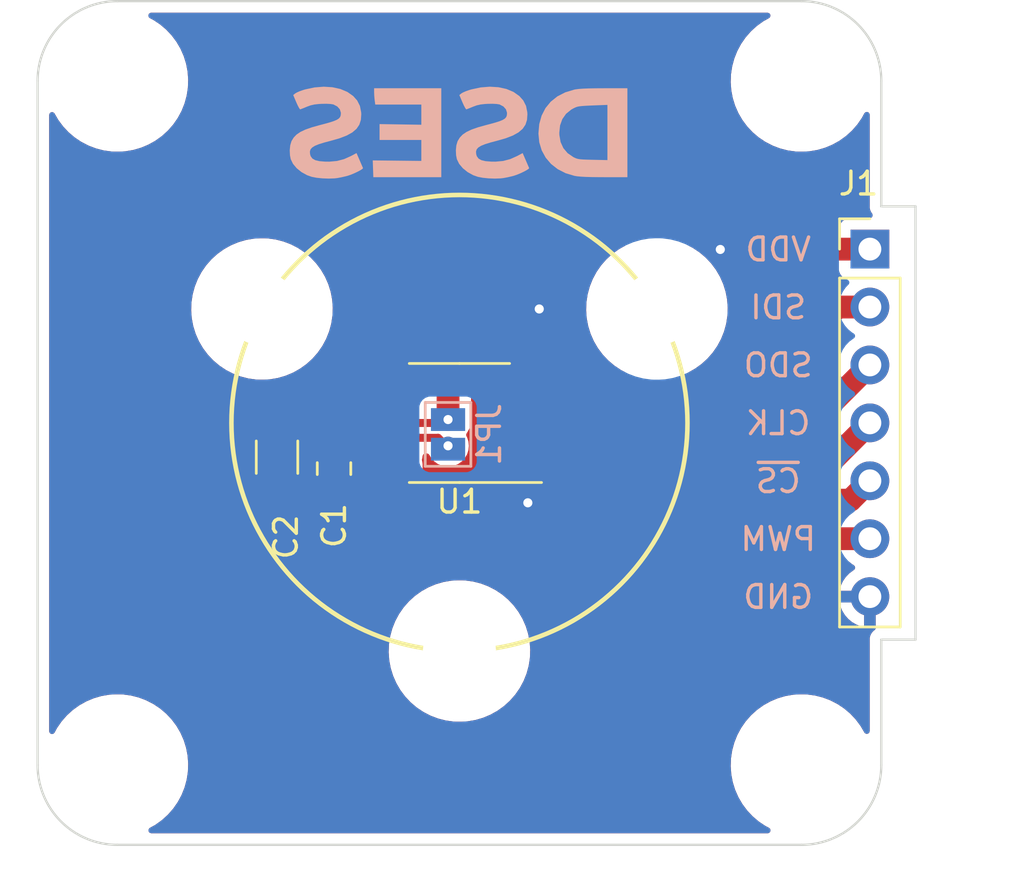
<source format=kicad_pcb>
(kicad_pcb (version 20211014) (generator pcbnew)
  (title_block (title "Encoder") (date "2022-01-17") (rev "1") (company "Deep Space Exploration Society") (comment 1 "Designed by Hans Gaensbauer"))
  (layers (0 "F.Cu" signal) (31 "B.Cu" signal) (34 "B.Paste" user) (35 "F.Paste" user) (36 "B.SilkS" user "B.Silkscreen") (37 "F.SilkS" user "F.Silkscreen") (38 "B.Mask" user) (39 "F.Mask" user) (44 "Edge.Cuts" user))
  (net 0 "")
  (net 1 "Net-(C1-Pad1)")
  (net 2 "GND")
  (net 3 "Net-(C2-Pad2)")
  (net 4 "Net-(J1-Pad2)")
  (net 5 "Net-(J1-Pad3)")
  (net 6 "Net-(J1-Pad4)")
  (net 7 "Net-(J1-Pad5)")
  (net 8 "Net-(J1-Pad6)")
  (footprint "MountingHole:MountingHole_3.2mm_M3" (layer "F.Cu") (at 65 65)
    (fp_text reference "H1" hide)
    (fp_text value "MountingHole")
    (pad "" np_thru_hole circle locked (at 0 0) (size 3.2 3.2) (drill 3.2) (layers F&B.Cu *.Mask) (clearance 1.5))
  )
  (footprint "MountingHole:MountingHole_3.2mm_M3" (layer "F.Cu") (at 95 95)
    (fp_text reference "H3" hide)
    (fp_text value "MountingHole")
    (pad "" np_thru_hole circle locked (at 0 0) (size 3.2 3.2) (drill 3.2) (layers F&B.Cu *.Mask) (clearance 1.5))
  )
  (footprint "MountingHole:MountingHole_3.2mm_M3" (layer "F.Cu") (at 95 65)
    (fp_text reference "H2" hide)
    (fp_text value "MountingHole")
    (pad "" np_thru_hole circle locked (at 0 0) (size 3.2 3.2) (drill 3.2) (layers F&B.Cu *.Mask) (clearance 1.5))
  )
  (footprint "Package_SO:TSSOP-14_4.4x5mm_P0.65mm" (layer "F.Cu") (at 80 80 180)
    (fp_text reference "U1" (at 0 -3.45) (layer "F.SilkS"))
    (fp_text value "AS5048A")
    (fp_line (start 0 2.61) (end 2.2 2.61) (layer "F.SilkS") (width 0.12))
    (fp_line (start 0 2.61) (end -2.2 2.61) (layer "F.SilkS") (width 0.12))
    (fp_line (start 0 -2.61) (end 2.2 -2.61) (layer "F.SilkS") (width 0.12))
    (fp_line (start 0 -2.61) (end -3.6 -2.61) (layer "F.SilkS") (width 0.12))
    (pad "1" smd roundrect locked (at -2.8625 -1.95 180) (size 1.475 0.4) (layers "F.Cu" "F.Paste" "F.Mask") (net 7 "Net-(J1-Pad5)"))
    (pad "2" smd roundrect locked (at -2.8625 -1.3 180) (size 1.475 0.4) (layers "F.Cu" "F.Paste" "F.Mask") (net 6 "Net-(J1-Pad4)"))
    (pad "3" smd roundrect locked (at -2.8625 -0.65 180) (size 1.475 0.4) (layers "F.Cu" "F.Paste" "F.Mask") (net 5 "Net-(J1-Pad3)"))
    (pad "4" smd roundrect locked (at -2.8625 0 180) (size 1.475 0.4) (layers "F.Cu" "F.Paste" "F.Mask") (net 4 "Net-(J1-Pad2)"))
    (pad "5" smd roundrect locked (at -2.8625 0.65 180) (size 1.475 0.4) (layers "F.Cu" "F.Paste" "F.Mask") (net 2 "GND"))
    (pad "6" smd roundrect locked (at -2.8625 1.3 180) (size 1.475 0.4) (layers "F.Cu" "F.Paste" "F.Mask"))
    (pad "7" smd roundrect locked (at -2.8625 1.95 180) (size 1.475 0.4) (layers "F.Cu" "F.Paste" "F.Mask"))
    (pad "8" smd roundrect locked (at 2.8625 1.95 180) (size 1.475 0.4) (layers "F.Cu" "F.Paste" "F.Mask"))
    (pad "9" smd roundrect locked (at 2.8625 1.3 180) (size 1.475 0.4) (layers "F.Cu" "F.Paste" "F.Mask"))
    (pad "10" smd roundrect locked (at 2.8625 0.65 180) (size 1.475 0.4) (layers "F.Cu" "F.Paste" "F.Mask"))
    (pad "11" smd roundrect locked (at 2.8625 0 180) (size 1.475 0.4) (layers "F.Cu" "F.Paste" "F.Mask") (net 3 "Net-(C2-Pad2)"))
    (pad "12" smd roundrect locked (at 2.8625 -0.65 180) (size 1.475 0.4) (layers "F.Cu" "F.Paste" "F.Mask") (net 1 "Net-(C1-Pad1)"))
    (pad "13" smd roundrect locked (at 2.8625 -1.3 180) (size 1.475 0.4) (layers "F.Cu" "F.Paste" "F.Mask") (net 2 "GND"))
    (pad "14" smd roundrect locked (at 2.8625 -1.95 180) (size 1.475 0.4) (layers "F.Cu" "F.Paste" "F.Mask") (net 8 "Net-(J1-Pad6)"))
  )
  (footprint "Capacitor_SMD:C_1206_3216Metric" (layer "F.Cu") (at 72 81.5 90)
    (fp_text reference "C2" (at -3.5 0.39 90) (layer "F.SilkS"))
    (fp_text value "100n")
    (fp_line (start -0.711252 -0.91) (end 0.711252 -0.91) (layer "F.SilkS") (width 0.12))
    (fp_line (start -0.711252 0.91) (end 0.711252 0.91) (layer "F.SilkS") (width 0.12))
    (pad "1" smd roundrect locked (at -1.475 0 90) (size 1.15 1.8) (layers "F.Cu" "F.Paste" "F.Mask") (roundrect_rratio 0.2173913043) (net 2 "GND"))
    (pad "2" smd roundrect locked (at 1.475 0 90) (size 1.15 1.8) (layers "F.Cu" "F.Paste" "F.Mask") (roundrect_rratio 0.2173913043) (net 3 "Net-(C2-Pad2)"))
  )
  (footprint "Capacitor_SMD:C_0805_2012Metric" (layer "F.Cu") (at 74.5 82 -90)
    (fp_text reference "C1" (at 2.5 0 90) (layer "F.SilkS"))
    (fp_text value "10u")
    (fp_line (start -0.261252 0.735) (end 0.261252 0.735) (layer "F.SilkS") (width 0.12))
    (fp_line (start -0.261252 -0.735) (end 0.261252 -0.735) (layer "F.SilkS") (width 0.12))
    (pad "1" smd roundrect locked (at -0.95 0 270) (size 1 1.45) (layers "F.Cu" "F.Paste" "F.Mask") (net 1 "Net-(C1-Pad1)"))
    (pad "2" smd roundrect locked (at 0.95 0 270) (size 1 1.45) (layers "F.Cu" "F.Paste" "F.Mask") (net 2 "GND"))
  )
  (footprint "MountingHole:MountingHole_3.2mm_M3" (layer "F.Cu") (at 71.339746 75)
    (fp_text reference "H5" hide)
    (fp_text value "MountingHole")
    (pad "" np_thru_hole circle locked (at 0 0) (size 3.2 3.2) (drill 3.2) (layers F&B.Cu *.Mask) (clearance 1.5))
  )
  (footprint "Connector_PinHeader_2.54mm:PinHeader_1x07_P2.54mm_Vertical" (layer "F.Cu") (at 98 72.375)
    (fp_text reference "J1" (at -0.5 -2.875) (layer "F.SilkS"))
    (fp_text value "Conn_01x07_Male")
    (fp_line (start -1.33 1.27) (end 1.33 1.27) (layer "F.SilkS") (width 0.12))
    (fp_line (start -1.33 16.57) (end 1.33 16.57) (layer "F.SilkS") (width 0.12))
    (fp_line (start -1.33 0) (end -1.33 -1.33) (layer "F.SilkS") (width 0.12))
    (fp_line (start -1.33 -1.33) (end 0 -1.33) (layer "F.SilkS") (width 0.12))
    (fp_line (start 1.33 1.27) (end 1.33 16.57) (layer "F.SilkS") (width 0.12))
    (fp_line (start -1.33 1.27) (end -1.33 16.57) (layer "F.SilkS") (width 0.12))
    (pad "1" thru_hole rect locked (at 0 0) (size 1.7 1.7) (drill 1) (layers *.Cu *.Mask) (net 3 "Net-(C2-Pad2)"))
    (pad "2" thru_hole oval locked (at 0 2.54) (size 1.7 1.7) (drill 1) (layers *.Cu *.Mask) (net 4 "Net-(J1-Pad2)"))
    (pad "3" thru_hole oval locked (at 0 5.08) (size 1.7 1.7) (drill 1) (layers *.Cu *.Mask) (net 5 "Net-(J1-Pad3)"))
    (pad "4" thru_hole oval locked (at 0 7.62) (size 1.7 1.7) (drill 1) (layers *.Cu *.Mask) (net 6 "Net-(J1-Pad4)"))
    (pad "5" thru_hole oval locked (at 0 10.16) (size 1.7 1.7) (drill 1) (layers *.Cu *.Mask) (net 7 "Net-(J1-Pad5)"))
    (pad "6" thru_hole oval locked (at 0 12.7) (size 1.7 1.7) (drill 1) (layers *.Cu *.Mask) (net 8 "Net-(J1-Pad6)"))
    (pad "7" thru_hole oval locked (at 0 15.24) (size 1.7 1.7) (drill 1) (layers *.Cu *.Mask) (net 2 "GND"))
  )
  (footprint "MountingHole:MountingHole_3.2mm_M3" (layer "F.Cu") (at 80 90)
    (fp_text reference "H6" hide)
    (fp_text value "MountingHole")
    (pad "" np_thru_hole circle locked (at 0 0) (size 3.2 3.2) (drill 3.2) (layers F&B.Cu *.Mask) (clearance 1.5))
  )
  (footprint "MountingHole:MountingHole_3.2mm_M3" (layer "F.Cu") (at 88.660254 75)
    (fp_text reference "H7" hide)
    (fp_text value "MountingHole")
    (pad "" np_thru_hole circle locked (at 0 0) (size 3.2 3.2) (drill 3.2) (layers F&B.Cu *.Mask) (clearance 1.5))
  )
  (footprint "MountingHole:MountingHole_3.2mm_M3" (layer "F.Cu") (at 65 95)
    (fp_text reference "H4" hide)
    (fp_text value "MountingHole")
    (pad "" np_thru_hole circle locked (at 0 0) (size 3.2 3.2) (drill 3.2) (layers F&B.Cu *.Mask) (clearance 1.5))
  )
  (footprint "interferometer:dses-logo" (layer "B.Cu") (at 80 67.31 180)
    (fp_text reference "G1" hide)
    (fp_text value "DSES-Logo" hide)
    (fp_poly (pts (xy 6.355746 2.026273) (xy 6.76714 1.938468) (xy 6.853665 1.912855) (xy 7.001758 1.860726) (xy 7.129294 1.805121) (xy 7.20441 1.760981) (xy 7.290361 1.691382) (xy 7.155214 1.373199) (xy 7.090723 1.231444) (xy 7.033779 1.12431) (xy 6.993413 1.06809) (xy 6.983623 1.063568) (xy 6.930871 1.082313) (xy 6.826919 1.123428) (xy 6.693858 1.178167) (xy 6.688401 1.18045) (xy 6.525653 1.239924) (xy 6.363017 1.277336) (xy 6.168935 1.298837) (xy 6.045626 1.305749) (xy 5.835635 1.30901) (xy 5.658139 1.300235) (xy 5.534981 1.280616) (xy 5.523972 1.277288) (xy 5.359252 1.191477) (xy 5.247124 1.067118) (xy 5.200112 0.918832) (xy 5.199436 0.898399) (xy 5.206468 0.805223) (xy 5.233555 0.728368) (xy 5.289681 0.662733) (xy 5.38383 0.603218) (xy 5.524987 0.544722) (xy 5.722135 0.482144) (xy 5.98426 0.410383) (xy 6.121695 0.37479) (xy 6.47296 0.276656) (xy 6.754037 0.178351) (xy 6.974195 0.074575) (xy 7.142703 -0.03997) (xy 7.268833 -0.170584) (xy 7.361854 -0.322564) (xy 7.36935 -0.338402) (xy 7.421295 -0.514269) (xy 7.44258 -0.730787) (xy 7.431986 -0.954624) (xy 7.398008 -1.122424) (xy 7.299736 -1.325492) (xy 7.137207 -1.518647) (xy 6.925733 -1.689009) (xy 6.680625 -1.823698) (xy 6.479946 -1.894637) (xy 6.265744 -1.936129) (xy 6.005993 -1.962457) (xy 5.733602 -1.972029) (xy 5.48148 -1.963257) (xy 5.356252 -1.94894) (xy 5.176483 -1.915284) (xy 4.985221 -1.871369) (xy 4.898415 -1.848105) (xy 4.764465 -1.802457) (xy 4.616226 -1.741169) (xy 4.471095 -1.672967) (xy 4.346465 -1.60658) (xy 4.259735 -1.550735) (xy 4.228298 -1.51416) (xy 4.228769 -1.512128) (xy 4.248752 -1.465002) (xy 4.292412 -1.36351) (xy 4.351709 -1.226318) (xy 4.376739 -1.168546) (xy 4.51351 -0.853077) (xy 4.758213 -0.983015) (xy 5.062347 -1.118855) (xy 5.368789 -1.199085) (xy 5.703923 -1.229425) (xy 5.887181 -1.227792) (xy 6.139527 -1.207529) (xy 6.323626 -1.164147) (xy 6.448661 -1.093089) (xy 6.523814 -0.989799) (xy 6.551209 -0.898314) (xy 6.558762 -0.787188) (xy 6.531018 -0.692871) (xy 6.460544 -0.610558) (xy 6.339908 -0.535444) (xy 6.161676 -0.462723) (xy 5.918417 -0.387592) (xy 5.653292 -0.317825) (xy 5.261144 -0.206099) (xy 4.943557 -0.083777) (xy 4.695702 0.053653) (xy 4.512748 0.2107) (xy 4.389867 0.391874) (xy 4.322229 0.601687) (xy 4.305003 0.844647) (xy 4.309863 0.93675) (xy 4.364597 1.215262) (xy 4.484965 1.45358) (xy 4.660286 1.649528) (xy 4.916622 1.829499) (xy 5.224702 1.958403) (xy 5.574161 2.034996) (xy 5.954631 2.058035)) (layer "B.SilkS") (width 0) (fill solid))
    (fp_poly (pts (xy 3.74232 1.816998) (xy 3.736309 1.661164) (xy 3.721421 1.493592) (xy 3.717002 1.458691) (xy 3.691685 1.273981) (xy 1.6721 1.273981) (xy 1.6721 0.389602) (xy 2.587776 0.403813) (xy 3.503452 0.418025) (xy 3.50345 0.06967) (xy 3.503448 -0.278684) (xy 1.6721 -0.278684) (xy 1.6721 -1.196856) (xy 3.802038 -1.174452) (xy 3.776668 -1.910972) (xy 0.796238 -1.910972) (xy 0.796238 1.990595) (xy 3.74232 1.990595)) (layer "B.SilkS") (width 0) (fill solid))
    (fp_poly (pts (xy -0.929834 2.026273) (xy -0.518439 1.938468) (xy -0.431915 1.912855) (xy -0.283822 1.860726) (xy -0.156286 1.805121) (xy -0.08117 1.760981) (xy 0.004781 1.691382) (xy -0.130366 1.373199) (xy -0.194857 1.231444) (xy -0.251801 1.12431) (xy -0.292167 1.06809) (xy -0.301957 1.063568) (xy -0.354709 1.082313) (xy -0.458661 1.123428) (xy -0.591722 1.178167) (xy -0.597179 1.18045) (xy -0.759927 1.239924) (xy -0.922563 1.277336) (xy -1.116645 1.298837) (xy -1.239954 1.305749) (xy -1.449945 1.30901) (xy -1.62744 1.300235) (xy -1.750599 1.280616) (xy -1.761608 1.277288) (xy -1.926328 1.191477) (xy -2.038456 1.067118) (xy -2.085468 0.918832) (xy -2.086144 0.898399) (xy -2.079112 0.805223) (xy -2.052025 0.728368) (xy -1.995899 0.662733) (xy -1.90175 0.603218) (xy -1.760593 0.544722) (xy -1.563445 0.482144) (xy -1.301319 0.410383) (xy -1.163885 0.37479) (xy -0.81262 0.276656) (xy -0.531543 0.178351) (xy -0.311385 0.074575) (xy -0.142877 -0.03997) (xy -0.016747 -0.170584) (xy 0.076274 -0.322564) (xy 0.08377 -0.338402) (xy 0.135715 -0.514269) (xy 0.157 -0.730787) (xy 0.146406 -0.954624) (xy 0.112428 -1.122424) (xy 0.014156 -1.325492) (xy -0.148373 -1.518647) (xy -0.359847 -1.689009) (xy -0.604955 -1.823698) (xy -0.805634 -1.894637) (xy -1.019836 -1.936129) (xy -1.279587 -1.962457) (xy -1.551978 -1.972029) (xy -1.8041 -1.963257) (xy -1.929328 -1.94894) (xy -2.109097 -1.915284) (xy -2.300359 -1.871369) (xy -2.387165 -1.848105) (xy -2.521115 -1.802457) (xy -2.669354 -1.741169) (xy -2.814485 -1.672967) (xy -2.939114 -1.60658) (xy -3.025845 -1.550735) (xy -3.057282 -1.51416) (xy -3.056811 -1.512128) (xy -3.036828 -1.465002) (xy -2.993168 -1.36351) (xy -2.933871 -1.226318) (xy -2.908841 -1.168546) (xy -2.77207 -0.853077) (xy -2.527367 -0.983015) (xy -2.223233 -1.118855) (xy -1.916791 -1.199085) (xy -1.581657 -1.229425) (xy -1.398399 -1.227792) (xy -1.146053 -1.207529) (xy -0.961954 -1.164147) (xy -0.836919 -1.093089) (xy -0.761765 -0.989799) (xy -0.734371 -0.898314) (xy -0.726818 -0.787188) (xy -0.754562 -0.692871) (xy -0.825036 -0.610558) (xy -0.945672 -0.535444) (xy -1.123904 -0.462723) (xy -1.367163 -0.387592) (xy -1.632288 -0.317825) (xy -2.024436 -0.206099) (xy -2.342023 -0.083777) (xy -2.589878 0.053653) (xy -2.772832 0.2107) (xy -2.895713 0.391874) (xy -2.963351 0.601687) (xy -2.980577 0.844647) (xy -2.975717 0.93675) (xy -2.920983 1.215262) (xy -2.800615 1.45358) (xy -2.625294 1.649528) (xy -2.368958 1.829499) (xy -2.060878 1.958403) (xy -1.711419 2.034996) (xy -1.330949 2.058035)) (layer "B.SilkS") (width 0) (fill solid))
    (fp_poly (pts (xy -6.340047 1.989904) (xy -5.966716 1.98798) (xy -5.664052 1.982496) (xy -5.423162 1.973048) (xy -5.235151 1.959231) (xy -5.091127 1.940644) (xy -5.039693 1.930912) (xy -4.640156 1.810749) (xy -4.293711 1.632826) (xy -4.00338 1.400842) (xy -3.772185 1.118493) (xy -3.603149 0.789476) (xy -3.499293 0.417487) (xy -3.463638 0.006223) (xy -3.463636 0.00293) (xy -3.500554 -0.382586) (xy -3.608232 -0.737006) (xy -3.782057 -1.054903) (xy -4.017419 -1.330851) (xy -4.309704 -1.559425) (xy -4.6543 -1.735197) (xy -5.039693 -1.851289) (xy -5.167276 -1.87209) (xy -5.334956 -1.887943) (xy -5.551625 -1.899253) (xy -5.826179 -1.906421) (xy -6.16751 -1.909852) (xy -6.340047 -1.910281) (xy -7.365204 -1.910972) (xy -7.365204 1.259707) (xy -6.489342 1.259707) (xy -6.489342 -1.161397) (xy -5.842398 -1.14748) (xy -5.598503 -1.14153) (xy -5.418858 -1.134317) (xy -5.288091 -1.123652) (xy -5.190834 -1.107346) (xy -5.111717 -1.083209) (xy -5.03537 -1.049054) (xy -4.990907 -1.026211) (xy -4.742504 -0.854863) (xy -4.557432 -0.635872) (xy -4.437015 -0.371549) (xy -4.38258 -0.064204) (xy -4.37931 0.039812) (xy -4.412836 0.359258) (xy -4.512223 0.636604) (xy -4.675687 0.868746) (xy -4.901442 1.052582) (xy -4.990907 1.102937) (xy -5.059311 1.137052) (xy -5.121712 1.163486) (xy -5.189707 1.183686) (xy -5.274889 1.199098) (xy -5.388854 1.211169) (xy -5.543196 1.221347) (xy -5.749512 1.231078) (xy -6.019395 1.241809) (xy -6.140987 1.246449) (xy -6.489342 1.259707) (xy -7.365204 1.259707) (xy -7.365204 1.990595)) (layer "B.SilkS") (width 0) (fill solid))
  )
  (footprint "Jumper:SolderJumper-2_P1.3mm_Open_Pad1.0x1.5mm" (layer "B.Cu") (at 79.5 80.5 90)
    (fp_text reference "JP1" (at 0 1.8 90) (layer "B.SilkS") (effects (justify mirror)))
    (fp_text value "SolderJumper_2_Open")
    (fp_line (start 1.4 -1) (end -1.4 -1) (layer "B.SilkS") (width 0.12))
    (fp_line (start -1.4 -1) (end -1.4 1) (layer "B.SilkS") (width 0.12))
    (fp_line (start 1.4 1) (end 1.4 -1) (layer "B.SilkS") (width 0.12))
    (fp_line (start -1.4 1) (end 1.4 1) (layer "B.SilkS") (width 0.12))
    (pad "1" smd rect locked (at -0.65 0 90) (size 1 1.5) (layers "B.Cu" "B.Mask") (net 1 "Net-(C1-Pad1)"))
    (pad "2" smd rect locked (at 0.65 0 90) (size 1 1.5) (layers "B.Cu" "B.Mask") (net 3 "Net-(C2-Pad2)"))
  )
  (gr_circle (center 80 80) (end 90 80) (layer "F.SilkS") (width 0.2) (fill none))
  (gr_line (start 98.5 70.5) (end 100 70.5) (layer "Edge.Cuts") (width 0.1))
  (gr_line (start 61.5 65) (end 61.5 95) (layer "Edge.Cuts") (width 0.1))
  (gr_arc (start 65 98.5) (mid 62.525126 97.474874) (end 61.5 95) (layer "Edge.Cuts") (width 0.1))
  (gr_line (start 100 70.5) (end 100 89.5) (layer "Edge.Cuts") (width 0.1))
  (gr_line (start 100 89.5) (end 98.5 89.5) (layer "Edge.Cuts") (width 0.1))
  (gr_line (start 65 61.5) (end 95 61.5) (layer "Edge.Cuts") (width 0.1))
  (gr_arc (start 95 61.5) (mid 97.474874 62.525126) (end 98.5 65) (layer "Edge.Cuts") (width 0.1))
  (gr_arc (start 61.5 65) (mid 62.525126 62.525126) (end 65 61.5) (layer "Edge.Cuts") (width 0.1))
  (gr_arc (start 98.5 95) (mid 97.474874 97.474874) (end 95 98.5) (layer "Edge.Cuts") (width 0.1))
  (gr_line (start 65 98.5) (end 95 98.5) (layer "Edge.Cuts") (width 0.1))
  (gr_line (start 98.5 89.5) (end 98.5 95) (layer "Edge.Cuts") (width 0.1))
  (gr_line (start 98.5 65) (end 98.5 70.5) (layer "Edge.Cuts") (width 0.1))
  (gr_text "SDI" (at 93.98 74.93) (layer "B.SilkS") (effects (font (size 1 1)) (justify mirror)))
  (gr_text "GND" (at 93.98 87.63) (layer "B.SilkS") (effects (font (size 1 1)) (justify mirror)))
  (gr_text "CLK" (at 93.98 80.01) (layer "B.SilkS") (effects (font (size 1 1)) (justify mirror)))
  (gr_text "PWM" (at 93.98 85.09) (layer "B.SilkS") (effects (font (size 1 1)) (justify mirror)))
  (gr_text "~{CS}" (at 93.98 82.55) (layer "B.SilkS") (effects (font (size 1 1)) (justify mirror)))
  (gr_text "VDD" (at 93.98 72.39) (layer "B.SilkS") (effects (font (size 1 1)) (justify mirror)))
  (gr_text "SDO" (at 93.98 77.47) (layer "B.SilkS") (effects (font (size 1 1)) (justify mirror)))
  (segment (start 74.9 80.65) (end 74.5 81.05) (width 0.35) (layer "F.Cu") (net 1))
  (segment (start 79.5 81) (end 79.413255 81) (width 0.35) (layer "F.Cu") (net 1))
  (segment (start 77.1375 80.65) (end 74.9 80.65) (width 0.35) (layer "F.Cu") (net 1))
  (segment (start 79.413255 81) (end 79.063255 80.65) (width 0.35) (layer "F.Cu") (net 1))
  (segment (start 79.063255 80.65) (end 77.1375 80.65) (width 0.35) (layer "F.Cu") (net 1))
  (via (at 79.5 81) (size 0.8) (drill 0.4) (layers "F.Cu" "B.Cu") (net 1))
  (segment (start 79.5 81.15) (end 79.5 81) (width 0.35) (layer "B.Cu") (net 1))
  (segment (start 82.8625 79.35) (end 81.35 79.35) (width 0.35) (layer "F.Cu") (net 2))
  (segment (start 81.35 76.65) (end 83 75) (width 0.35) (layer "F.Cu") (net 2))
  (segment (start 83 75) (end 83.5 75) (width 0.35) (layer "F.Cu") (net 2))
  (segment (start 74.5 82.95) (end 76.15 81.3) (width 0.35) (layer "F.Cu") (net 2))
  (segment (start 72.025 82.95) (end 72 82.975) (width 0.35) (layer "F.Cu") (net 2))
  (segment (start 76.15 81.3) (end 77.1375 81.3) (width 0.35) (layer "F.Cu") (net 2))
  (segment (start 74.5 82.95) (end 72.025 82.95) (width 0.35) (layer "F.Cu") (net 2))
  (segment (start 81.35 79.35) (end 81.35 76.65) (width 0.35) (layer "F.Cu") (net 2))
  (via (at 83.5 75) (size 0.8) (drill 0.4) (layers "F.Cu" "B.Cu") (net 2))
  (via (at 91.44 72.39) (size 0.8) (drill 0.4) (layers "F.Cu" "B.Cu") (net 2))
  (via (at 83 83.5) (size 0.8) (drill 0.4) (layers "F.Cu" "B.Cu") (net 2))
  (segment (start 77.1125 80.025) (end 77.1375 80) (width 0.35) (layer "F.Cu") (net 3))
  (segment (start 77.1375 80) (end 79.35 80) (width 0.35) (layer "F.Cu") (net 3))
  (segment (start 72 80.025) (end 77.1125 80.025) (width 0.35) (layer "F.Cu") (net 3))
  (segment (start 84.5 71) (end 79.5 76) (width 1) (layer "F.Cu") (net 3))
  (segment (start 98 72.375) (end 92.875 72.375) (width 1) (layer "F.Cu") (net 3))
  (segment (start 79.35 80) (end 79.5 79.85) (width 0.35) (layer "F.Cu") (net 3))
  (segment (start 91.5 71) (end 84.5 71) (width 1) (layer "F.Cu") (net 3))
  (segment (start 79.5 76) (end 79.5 79.85) (width 1) (layer "F.Cu") (net 3))
  (segment (start 92.875 72.375) (end 91.5 71) (width 1) (layer "F.Cu") (net 3))
  (via (at 79.5 79.85) (size 0.8) (drill 0.4) (layers "F.Cu" "B.Cu") (net 3))
  (segment (start 84 80) (end 85 79) (width 0.35) (layer "F.Cu") (net 4))
  (segment (start 98 74.915) (end 96.585 74.915) (width 1) (layer "F.Cu") (net 4))
  (segment (start 92.5 79) (end 85 79) (width 1) (layer "F.Cu") (net 4))
  (segment (start 82.8625 80) (end 84 80) (width 0.35) (layer "F.Cu") (net 4))
  (segment (start 96.585 74.915) (end 92.5 79) (width 1) (layer "F.Cu") (net 4))
  (segment (start 85.85 80.65) (end 86 80.5) (width 0.35) (layer "F.Cu") (net 5))
  (segment (start 94.955 80.5) (end 86 80.5) (width 1) (layer "F.Cu") (net 5))
  (segment (start 98 77.455) (end 94.955 80.5) (width 1) (layer "F.Cu") (net 5))
  (segment (start 82.8625 80.65) (end 85.85 80.65) (width 0.35) (layer "F.Cu") (net 5))
  (segment (start 85.3 81.3) (end 86.000001 82.000001) (width 0.35) (layer "F.Cu") (net 6))
  (segment (start 98 79.995) (end 95.995 82) (width 1) (layer "F.Cu") (net 6))
  (segment (start 82.8625 81.3) (end 85.3 81.3) (width 0.35) (layer "F.Cu") (net 6))
  (segment (start 95.995 82) (end 86.000001 82.000001) (width 1) (layer "F.Cu") (net 6))
  (segment (start 98 82.535) (end 97.15 83.385) (width 1) (layer "F.Cu") (net 7))
  (segment (start 85.385 83.385) (end 84.5 82.5) (width 1) (layer "F.Cu") (net 7))
  (segment (start 82.8625 81.95) (end 83.95 81.95) (width 0.35) (layer "F.Cu") (net 7))
  (segment (start 97.15 83.385) (end 85.385 83.385) (width 1) (layer "F.Cu") (net 7))
  (segment (start 83.95 81.95) (end 84.5 82.5) (width 0.35) (layer "F.Cu") (net 7))
  (segment (start 77.1375 82.6375) (end 77.5 83) (width 0.35) (layer "F.Cu") (net 8))
  (segment (start 77.1375 81.95) (end 77.1375 82.6375) (width 0.35) (layer "F.Cu") (net 8))
  (segment (start 98 85.075) (end 79.575 85.075) (width 1) (layer "F.Cu") (net 8))
  (segment (start 79.575 85.075) (end 77.5 83) (width 1) (layer "F.Cu") (net 8))
  (zone (net 2) (net_name "GND") (layer "F.Cu") (connect_pads (clearance 0.508)) (min_thickness 0.254) (fill yes (thermal_gap 0.508) (thermal_bridge_width 0.508))
    (polygon (pts (xy 98.5 98.5) (xy 61.5 98.5) (xy 61.5 61.5) (xy 98.5 61.5)))
  )
  (zone (net 2) (net_name "GND") (layer "B.Cu") (connect_pads (clearance 0.508)) (min_thickness 0.254) (fill yes (thermal_gap 0.508) (thermal_bridge_width 0.508))
    (polygon (pts (xy 98.5 98.5) (xy 61.5 98.5) (xy 61.5 61.5) (xy 98.5 61.5)))
  )
)
</source>
